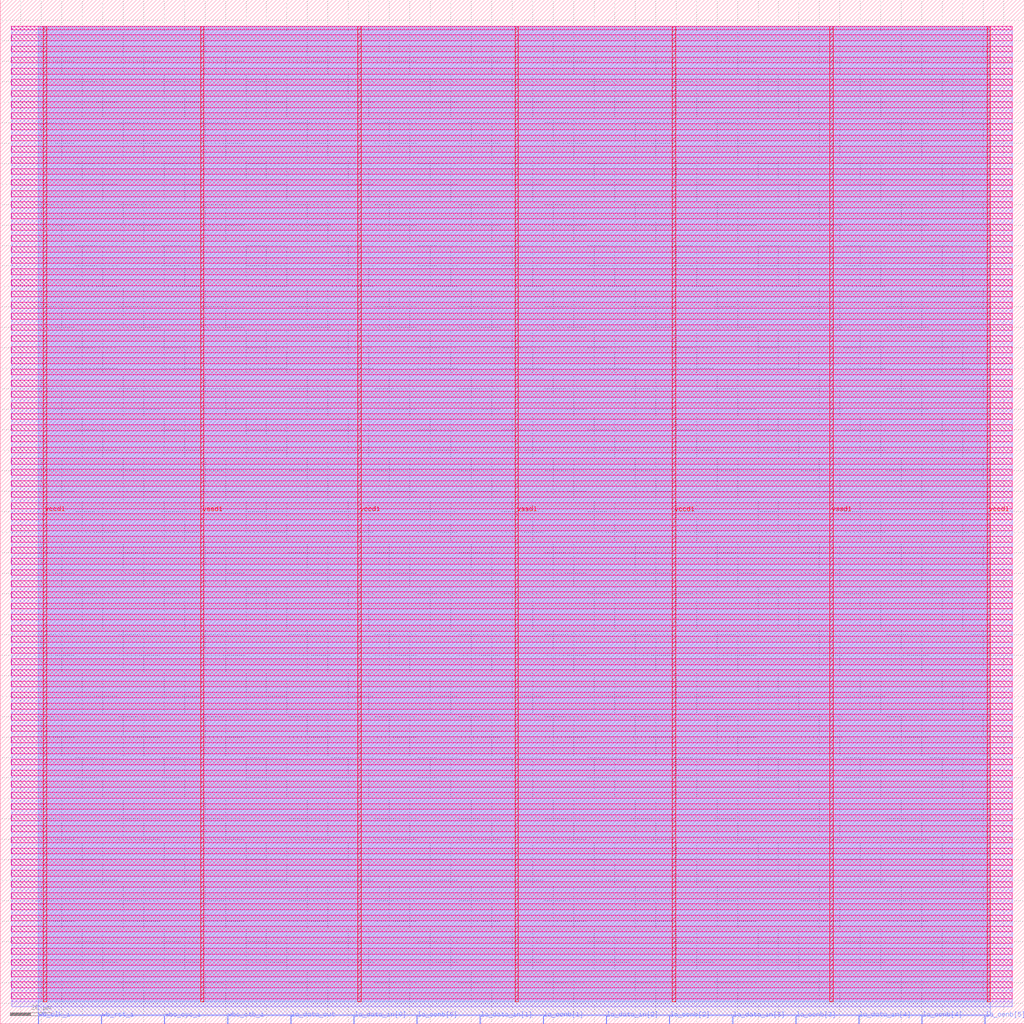
<source format=lef>
VERSION 5.7 ;
  NOWIREEXTENSIONATPIN ON ;
  DIVIDERCHAR "/" ;
  BUSBITCHARS "[]" ;
MACRO user_proj_example
  CLASS BLOCK ;
  FOREIGN user_proj_example ;
  ORIGIN 0.000 0.000 ;
  SIZE 500.000 BY 500.000 ;
  PIN la_data_in[0]
    DIRECTION INPUT ;
    USE SIGNAL ;
    ANTENNAGATEAREA 0.126000 ;
    PORT
      LAYER met2 ;
        RECT 172.590 0.000 172.870 4.000 ;
    END
  END la_data_in[0]
  PIN la_data_in[1]
    DIRECTION INPUT ;
    USE SIGNAL ;
    ANTENNAGATEAREA 0.126000 ;
    PORT
      LAYER met2 ;
        RECT 234.230 0.000 234.510 4.000 ;
    END
  END la_data_in[1]
  PIN la_data_in[2]
    DIRECTION INPUT ;
    USE SIGNAL ;
    ANTENNAGATEAREA 0.126000 ;
    PORT
      LAYER met2 ;
        RECT 295.870 0.000 296.150 4.000 ;
    END
  END la_data_in[2]
  PIN la_data_in[3]
    DIRECTION INPUT ;
    USE SIGNAL ;
    ANTENNAGATEAREA 0.196500 ;
    PORT
      LAYER met2 ;
        RECT 357.510 0.000 357.790 4.000 ;
    END
  END la_data_in[3]
  PIN la_data_in[4]
    DIRECTION INPUT ;
    USE SIGNAL ;
    ANTENNAGATEAREA 0.126000 ;
    PORT
      LAYER met2 ;
        RECT 419.150 0.000 419.430 4.000 ;
    END
  END la_data_in[4]
  PIN la_data_out
    DIRECTION OUTPUT TRISTATE ;
    USE SIGNAL ;
    ANTENNADIFFAREA 2.673000 ;
    PORT
      LAYER met2 ;
        RECT 141.770 0.000 142.050 4.000 ;
    END
  END la_data_out
  PIN la_oenb[0]
    DIRECTION INPUT ;
    USE SIGNAL ;
    ANTENNAGATEAREA 0.126000 ;
    PORT
      LAYER met2 ;
        RECT 203.410 0.000 203.690 4.000 ;
    END
  END la_oenb[0]
  PIN la_oenb[1]
    DIRECTION INPUT ;
    USE SIGNAL ;
    ANTENNAGATEAREA 0.126000 ;
    PORT
      LAYER met2 ;
        RECT 265.050 0.000 265.330 4.000 ;
    END
  END la_oenb[1]
  PIN la_oenb[2]
    DIRECTION INPUT ;
    USE SIGNAL ;
    ANTENNAGATEAREA 0.126000 ;
    PORT
      LAYER met2 ;
        RECT 326.690 0.000 326.970 4.000 ;
    END
  END la_oenb[2]
  PIN la_oenb[3]
    DIRECTION INPUT ;
    USE SIGNAL ;
    ANTENNAGATEAREA 0.126000 ;
    PORT
      LAYER met2 ;
        RECT 388.330 0.000 388.610 4.000 ;
    END
  END la_oenb[3]
  PIN la_oenb[4]
    DIRECTION INPUT ;
    USE SIGNAL ;
    ANTENNAGATEAREA 0.213000 ;
    PORT
      LAYER met2 ;
        RECT 449.970 0.000 450.250 4.000 ;
    END
  END la_oenb[4]
  PIN la_oenb[5]
    DIRECTION INPUT ;
    USE SIGNAL ;
    ANTENNAGATEAREA 0.126000 ;
    PORT
      LAYER met2 ;
        RECT 480.790 0.000 481.070 4.000 ;
    END
  END la_oenb[5]
  PIN vccd1
    DIRECTION INOUT ;
    USE POWER ;
    PORT
      LAYER met4 ;
        RECT 21.040 10.640 22.640 487.120 ;
    END
    PORT
      LAYER met4 ;
        RECT 174.640 10.640 176.240 487.120 ;
    END
    PORT
      LAYER met4 ;
        RECT 328.240 10.640 329.840 487.120 ;
    END
    PORT
      LAYER met4 ;
        RECT 481.840 10.640 483.440 487.120 ;
    END
  END vccd1
  PIN vssd1
    DIRECTION INOUT ;
    USE GROUND ;
    PORT
      LAYER met4 ;
        RECT 97.840 10.640 99.440 487.120 ;
    END
    PORT
      LAYER met4 ;
        RECT 251.440 10.640 253.040 487.120 ;
    END
    PORT
      LAYER met4 ;
        RECT 405.040 10.640 406.640 487.120 ;
    END
  END vssd1
  PIN wb_clk_i
    DIRECTION INPUT ;
    USE SIGNAL ;
    ANTENNAGATEAREA 0.126000 ;
    ANTENNADIFFAREA 2.173500 ;
    PORT
      LAYER met2 ;
        RECT 18.490 0.000 18.770 4.000 ;
    END
  END wb_clk_i
  PIN wb_rst_i
    DIRECTION INPUT ;
    USE SIGNAL ;
    ANTENNAGATEAREA 0.196500 ;
    PORT
      LAYER met2 ;
        RECT 49.310 0.000 49.590 4.000 ;
    END
  END wb_rst_i
  PIN wbs_cyc_i
    DIRECTION INPUT ;
    USE SIGNAL ;
    ANTENNAGATEAREA 0.196500 ;
    PORT
      LAYER met2 ;
        RECT 80.130 0.000 80.410 4.000 ;
    END
  END wbs_cyc_i
  PIN wbs_stb_i
    DIRECTION INPUT ;
    USE SIGNAL ;
    ANTENNAGATEAREA 0.196500 ;
    PORT
      LAYER met2 ;
        RECT 110.950 0.000 111.230 4.000 ;
    END
  END wbs_stb_i
  OBS
      LAYER nwell ;
        RECT 5.330 485.465 494.230 487.070 ;
        RECT 5.330 480.025 494.230 482.855 ;
        RECT 5.330 474.585 494.230 477.415 ;
        RECT 5.330 469.145 494.230 471.975 ;
        RECT 5.330 463.705 494.230 466.535 ;
        RECT 5.330 458.265 494.230 461.095 ;
        RECT 5.330 452.825 494.230 455.655 ;
        RECT 5.330 447.385 494.230 450.215 ;
        RECT 5.330 441.945 494.230 444.775 ;
        RECT 5.330 436.505 494.230 439.335 ;
        RECT 5.330 431.065 494.230 433.895 ;
        RECT 5.330 425.625 494.230 428.455 ;
        RECT 5.330 420.185 494.230 423.015 ;
        RECT 5.330 414.745 494.230 417.575 ;
        RECT 5.330 409.305 494.230 412.135 ;
        RECT 5.330 403.865 494.230 406.695 ;
        RECT 5.330 398.425 494.230 401.255 ;
        RECT 5.330 392.985 494.230 395.815 ;
        RECT 5.330 387.545 494.230 390.375 ;
        RECT 5.330 382.105 494.230 384.935 ;
        RECT 5.330 376.665 494.230 379.495 ;
        RECT 5.330 371.225 494.230 374.055 ;
        RECT 5.330 365.785 494.230 368.615 ;
        RECT 5.330 360.345 494.230 363.175 ;
        RECT 5.330 354.905 494.230 357.735 ;
        RECT 5.330 349.465 494.230 352.295 ;
        RECT 5.330 344.025 494.230 346.855 ;
        RECT 5.330 338.585 494.230 341.415 ;
        RECT 5.330 333.145 494.230 335.975 ;
        RECT 5.330 327.705 494.230 330.535 ;
        RECT 5.330 322.265 494.230 325.095 ;
        RECT 5.330 316.825 494.230 319.655 ;
        RECT 5.330 311.385 494.230 314.215 ;
        RECT 5.330 305.945 494.230 308.775 ;
        RECT 5.330 300.505 494.230 303.335 ;
        RECT 5.330 295.065 494.230 297.895 ;
        RECT 5.330 289.625 494.230 292.455 ;
        RECT 5.330 284.185 494.230 287.015 ;
        RECT 5.330 278.745 494.230 281.575 ;
        RECT 5.330 273.305 494.230 276.135 ;
        RECT 5.330 267.865 494.230 270.695 ;
        RECT 5.330 262.425 494.230 265.255 ;
        RECT 5.330 256.985 494.230 259.815 ;
        RECT 5.330 251.545 494.230 254.375 ;
        RECT 5.330 246.105 494.230 248.935 ;
        RECT 5.330 240.665 494.230 243.495 ;
        RECT 5.330 235.225 494.230 238.055 ;
        RECT 5.330 229.785 494.230 232.615 ;
        RECT 5.330 224.345 494.230 227.175 ;
        RECT 5.330 218.905 494.230 221.735 ;
        RECT 5.330 213.465 494.230 216.295 ;
        RECT 5.330 208.025 494.230 210.855 ;
        RECT 5.330 202.585 494.230 205.415 ;
        RECT 5.330 197.145 494.230 199.975 ;
        RECT 5.330 191.705 494.230 194.535 ;
        RECT 5.330 186.265 494.230 189.095 ;
        RECT 5.330 180.825 494.230 183.655 ;
        RECT 5.330 175.385 494.230 178.215 ;
        RECT 5.330 169.945 494.230 172.775 ;
        RECT 5.330 164.505 494.230 167.335 ;
        RECT 5.330 159.065 494.230 161.895 ;
        RECT 5.330 153.625 494.230 156.455 ;
        RECT 5.330 148.185 494.230 151.015 ;
        RECT 5.330 142.745 494.230 145.575 ;
        RECT 5.330 137.305 494.230 140.135 ;
        RECT 5.330 131.865 494.230 134.695 ;
        RECT 5.330 126.425 494.230 129.255 ;
        RECT 5.330 120.985 494.230 123.815 ;
        RECT 5.330 115.545 494.230 118.375 ;
        RECT 5.330 110.105 494.230 112.935 ;
        RECT 5.330 104.665 494.230 107.495 ;
        RECT 5.330 99.225 494.230 102.055 ;
        RECT 5.330 93.785 494.230 96.615 ;
        RECT 5.330 88.345 494.230 91.175 ;
        RECT 5.330 82.905 494.230 85.735 ;
        RECT 5.330 77.465 494.230 80.295 ;
        RECT 5.330 72.025 494.230 74.855 ;
        RECT 5.330 66.585 494.230 69.415 ;
        RECT 5.330 61.145 494.230 63.975 ;
        RECT 5.330 55.705 494.230 58.535 ;
        RECT 5.330 50.265 494.230 53.095 ;
        RECT 5.330 44.825 494.230 47.655 ;
        RECT 5.330 39.385 494.230 42.215 ;
        RECT 5.330 33.945 494.230 36.775 ;
        RECT 5.330 28.505 494.230 31.335 ;
        RECT 5.330 23.065 494.230 25.895 ;
        RECT 5.330 17.625 494.230 20.455 ;
        RECT 5.330 12.185 494.230 15.015 ;
      LAYER li1 ;
        RECT 5.520 10.795 494.040 486.965 ;
      LAYER met1 ;
        RECT 5.520 8.200 494.040 487.120 ;
      LAYER met2 ;
        RECT 18.490 4.280 483.410 487.065 ;
        RECT 19.050 4.000 49.030 4.280 ;
        RECT 49.870 4.000 79.850 4.280 ;
        RECT 80.690 4.000 110.670 4.280 ;
        RECT 111.510 4.000 141.490 4.280 ;
        RECT 142.330 4.000 172.310 4.280 ;
        RECT 173.150 4.000 203.130 4.280 ;
        RECT 203.970 4.000 233.950 4.280 ;
        RECT 234.790 4.000 264.770 4.280 ;
        RECT 265.610 4.000 295.590 4.280 ;
        RECT 296.430 4.000 326.410 4.280 ;
        RECT 327.250 4.000 357.230 4.280 ;
        RECT 358.070 4.000 388.050 4.280 ;
        RECT 388.890 4.000 418.870 4.280 ;
        RECT 419.710 4.000 449.690 4.280 ;
        RECT 450.530 4.000 480.510 4.280 ;
        RECT 481.350 4.000 483.410 4.280 ;
      LAYER met3 ;
        RECT 18.465 10.715 483.430 487.045 ;
  END
END user_proj_example
END LIBRARY


</source>
